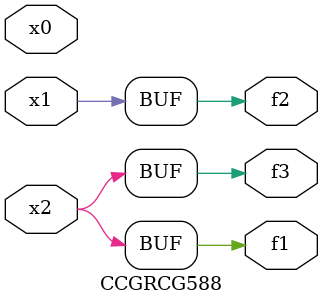
<source format=v>
module CCGRCG588(
	input x0, x1, x2,
	output f1, f2, f3
);
	assign f1 = x2;
	assign f2 = x1;
	assign f3 = x2;
endmodule

</source>
